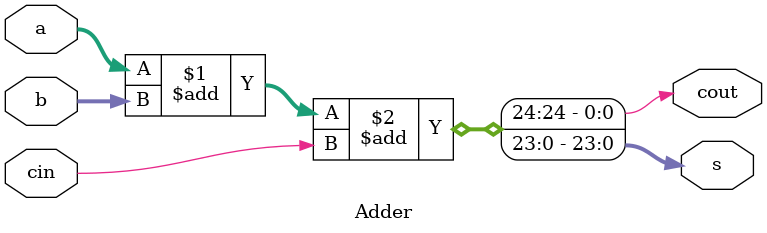
<source format=v>
module Adder (
input [23:0] a ,
input [23:0] b , 
input cin ,
output[23:0] s ,
output cout 
);

assign {cout,s}= a+b+cin ;

endmodule
</source>
